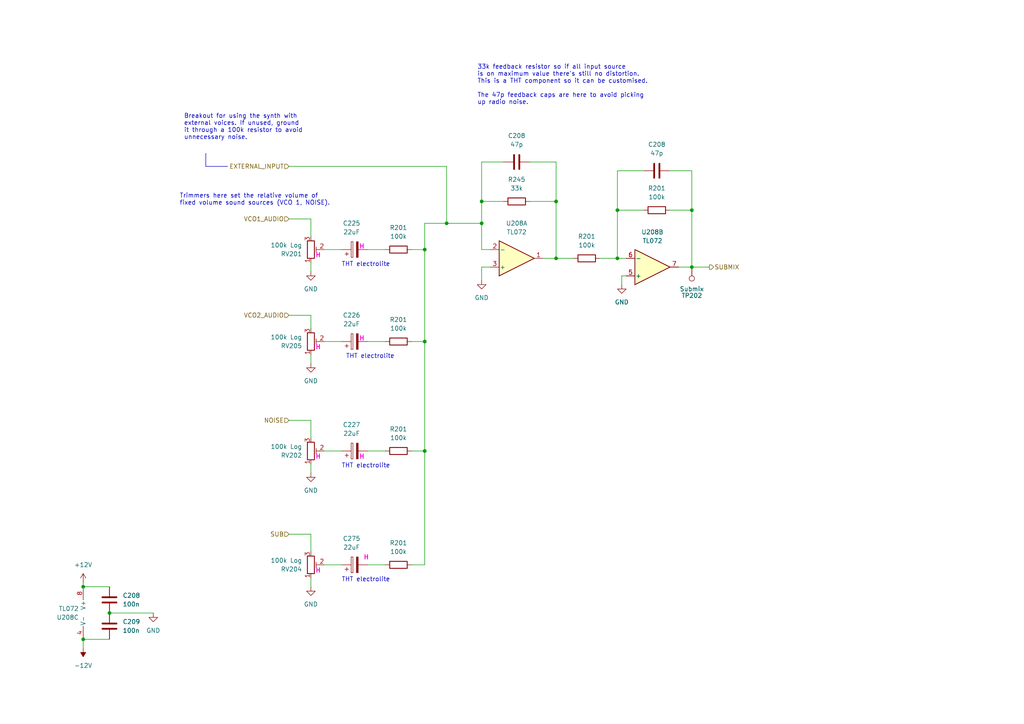
<source format=kicad_sch>
(kicad_sch (version 20231120) (generator "eeschema") (generator_version "8.0")
  (paper "A4")
  (title_block (title "Mixer"))
  (lib_symbols
    (symbol "Amplifier_Operational:TL072" (pin_names (offset 0.127))
      (property "Reference" "U" (at 0 5.08 0))
      (property "Value" "TL072" (at 0 -5.08 0))
      (symbol "TL072_1_1"
        (polyline (pts (xy -5.08 5.08) (xy 5.08 0) (xy -5.08 -5.08) (xy -5.08 5.08)) (stroke (width 0.254)) (fill (type background)))
        (pin output line (at 7.62 0 180) (length 2.54) (name "~") (number "1"))
        (pin input line (at -7.62 -2.54 0) (length 2.54) (name "-") (number "2"))
        (pin input line (at -7.62 2.54 0) (length 2.54) (name "+") (number "3"))
      )
      (symbol "TL072_2_1"
        (polyline (pts (xy -5.08 5.08) (xy 5.08 0) (xy -5.08 -5.08) (xy -5.08 5.08)) (stroke (width 0.254)) (fill (type background)))
        (pin input line (at -7.62 2.54 0) (length 2.54) (name "+") (number "5"))
        (pin input line (at -7.62 -2.54 0) (length 2.54) (name "-") (number "6"))
        (pin output line (at 7.62 0 180) (length 2.54) (name "~") (number "7"))
      )
      (symbol "TL072_3_1"
        (pin power_in line (at -2.54 -7.62 90) (length 3.81) (name "V-") (number "4"))
        (pin power_in line (at -2.54 7.62 270) (length 3.81) (name "V+") (number "8"))
      )
    )
    (symbol "Connector:TestPoint" (pin_numbers hide) (pin_names (offset 0.762) hide)
      (property "Reference" "TP" (at 0 6.858 0))
      (property "Value" "TestPoint" (at 0 5.08 0))
      (symbol "TestPoint_0_1"
        (circle (center 0 3.302) (radius 0.762))
      )
      (symbol "TestPoint_1_1"
        (pin passive line (at 0 0 90) (length 2.54) (name "1") (number "1"))
      )
    )
    (symbol "Device:C" (pin_numbers hide) (pin_names (offset 0.254))
      (property "Reference" "C" (at 0.635 2.54 0))
      (property "Value" "C" (at 0.635 -2.54 0))
      (symbol "C_0_1"
        (polyline (pts (xy -2.032 -0.762) (xy 2.032 -0.762)) (stroke (width 0.508)))
        (polyline (pts (xy -2.032 0.762) (xy 2.032 0.762)) (stroke (width 0.508)))
      )
      (symbol "C_1_1"
        (pin passive line (at 0 3.81 270) (length 2.794) (name "~") (number "1"))
        (pin passive line (at 0 -3.81 90) (length 2.794) (name "~") (number "2"))
      )
    )
    (symbol "Device:C_Polarized" (pin_numbers hide) (pin_names (offset 0.254))
      (property "Reference" "C" (at 0.635 2.54 0))
      (property "Value" "C_Polarized" (at 0.635 -2.54 0))
      (symbol "C_Polarized_0_1"
        (rectangle (start -2.286 0.508) (end 2.286 1.016))
        (polyline (pts (xy -1.778 2.286) (xy -0.762 2.286)))
        (polyline (pts (xy -1.27 2.794) (xy -1.27 1.778)))
        (rectangle (start 2.286 -0.508) (end -2.286 -1.016) (fill (type outline)))
      )
      (symbol "C_Polarized_1_1"
        (pin passive line (at 0 3.81 270) (length 2.794) (name "~") (number "1"))
        (pin passive line (at 0 -3.81 90) (length 2.794) (name "~") (number "2"))
      )
    )
    (symbol "Device:R" (pin_numbers hide) (pin_names (offset 0))
      (property "Reference" "R" (at 2.032 0 90))
      (property "Value" "R" (at 0 0 90))
      (symbol "R_0_1"
        (rectangle (start -1.016 -2.54) (end 1.016 2.54) (stroke (width 0.254)))
      )
      (symbol "R_1_1"
        (pin passive line (at 0 3.81 270) (length 1.27) (name "~") (number "1"))
        (pin passive line (at 0 -3.81 90) (length 1.27) (name "~") (number "2"))
      )
    )
    (symbol "Device:R_Potentiometer_Trim" (pin_names (offset 1.016) hide)
      (property "Reference" "RV" (at -4.445 0 90))
      (property "Value" "R_Potentiometer_Trim" (at -2.54 0 90))
      (symbol "R_Potentiometer_Trim_0_1"
        (polyline (pts (xy 1.524 0.762) (xy 1.524 -0.762)))
        (polyline (pts (xy 2.54 0) (xy 1.524 0)))
        (rectangle (start 1.016 2.54) (end -1.016 -2.54) (stroke (width 0.254)))
      )
      (symbol "R_Potentiometer_Trim_1_1"
        (pin passive line (at 0 3.81 270) (length 1.27) (name "1") (number "1"))
        (pin passive line (at 3.81 0 180) (length 1.27) (name "2") (number "2"))
        (pin passive line (at 0 -3.81 90) (length 1.27) (name "3") (number "3"))
      )
    )
    (symbol "power:+12V" (power) (pin_names (offset 0))
      (property "Value" "+12V" (at 0 3.556 0))
      (symbol "+12V_0_1"
        (polyline (pts (xy -0.762 1.27) (xy 0 2.54)))
        (polyline (pts (xy 0 0) (xy 0 2.54)))
        (polyline (pts (xy 0 2.54) (xy 0.762 1.27)))
      )
      (symbol "+12V_1_1"
        (pin power_in line (at 0 0 90) (length 0) hide (name "+12V") (number "1"))
      )
    )
    (symbol "power:-12V" (power) (pin_names (offset 0))
      (property "Value" "-12V" (at 0 3.81 0))
      (symbol "-12V_0_0"
        (pin power_in line (at 0 0 90) (length 0) hide (name "-12V") (number "1"))
      )
      (symbol "-12V_0_1"
        (polyline (pts (xy 0 0) (xy 0 1.27) (xy 0.762 1.27) (xy 0 2.54) (xy -0.762 1.27) (xy 0 1.27)) (fill (type outline)))
      )
    )
    (symbol "power:GND" (power) (pin_names (offset 0))
      (property "Value" "GND" (at 0 -3.81 0))
      (symbol "GND_0_1"
        (polyline (pts (xy 0 0) (xy 0 -1.27) (xy 1.27 -1.27) (xy 0 -2.54) (xy -1.27 -1.27) (xy 0 -1.27)))
      )
      (symbol "GND_1_1"
        (pin power_in line (at 0 0 270) (length 0) hide (name "GND") (number "1"))
      )
    )
  )
  (junction (at 123.19 72.39))
  (junction (at 179.07 74.93))
  (junction (at 123.19 130.81))
  (junction (at 31.75 177.8))
  (junction (at 129.54 64.77))
  (junction (at 161.29 74.93))
  (junction (at 179.07 60.96))
  (junction (at 200.66 77.47))
  (junction (at 139.7 58.42))
  (junction (at 123.19 99.06))
  (junction (at 24.13 185.42))
  (junction (at 161.29 58.42))
  (junction (at 24.13 170.18))
  (junction (at 139.7 64.77))
  (junction (at 200.66 60.96))
  (wire (pts (xy 194.31 60.96) (xy 200.66 60.96)))
  (wire (pts (xy 90.17 121.92) (xy 90.17 127)))
  (wire (pts (xy 180.34 82.55) (xy 180.34 80.01)))
  (wire (pts (xy 119.38 72.39) (xy 123.19 72.39)))
  (wire (pts (xy 90.17 78.74) (xy 90.17 76.2)))
  (wire (pts (xy 83.82 48.26) (xy 129.54 48.26)))
  (wire (pts (xy 24.13 187.96) (xy 24.13 185.42)))
  (wire (pts (xy 83.82 91.44) (xy 90.17 91.44)))
  (wire (pts (xy 83.82 121.92) (xy 90.17 121.92)))
  (wire (pts (xy 106.68 163.83) (xy 111.76 163.83)))
  (wire (pts (xy 123.19 130.81) (xy 123.19 163.83)))
  (wire (pts (xy 31.75 177.8) (xy 44.45 177.8)))
  (wire (pts (xy 129.54 64.77) (xy 139.7 64.77)))
  (wire (pts (xy 153.67 58.42) (xy 161.29 58.42)))
  (wire (pts (xy 161.29 74.93) (xy 166.37 74.93)))
  (wire (pts (xy 90.17 170.18) (xy 90.17 167.64)))
  (wire (pts (xy 179.07 60.96) (xy 179.07 74.93)))
  (wire (pts (xy 139.7 64.77) (xy 139.7 72.39)))
  (wire (pts (xy 90.17 154.94) (xy 90.17 160.02)))
  (wire (pts (xy 123.19 64.77) (xy 129.54 64.77)))
  (wire (pts (xy 106.68 72.39) (xy 111.76 72.39)))
  (wire (pts (xy 139.7 77.47) (xy 142.24 77.47)))
  (wire (pts (xy 173.99 74.93) (xy 179.07 74.93)))
  (wire (pts (xy 83.82 63.5) (xy 90.17 63.5)))
  (wire (pts (xy 119.38 130.81) (xy 123.19 130.81)))
  (wire (pts (xy 200.66 77.47) (xy 196.85 77.47)))
  (wire (pts (xy 161.29 58.42) (xy 161.29 74.93)))
  (wire (pts (xy 24.13 185.42) (xy 31.75 185.42)))
  (wire (pts (xy 24.13 170.18) (xy 31.75 170.18)))
  (wire (pts (xy 123.19 64.77) (xy 123.19 72.39)))
  (wire (pts (xy 179.07 49.53) (xy 179.07 60.96)))
  (wire (pts (xy 139.7 81.28) (xy 139.7 77.47)))
  (wire (pts (xy 93.98 99.06) (xy 99.06 99.06)))
  (wire (pts (xy 83.82 154.94) (xy 90.17 154.94)))
  (wire (pts (xy 24.13 168.91) (xy 24.13 170.18)))
  (polyline (pts (xy 59.69 48.26) (xy 66.04 48.26)))
  (wire (pts (xy 90.17 105.41) (xy 90.17 102.87)))
  (wire (pts (xy 200.66 77.47) (xy 205.74 77.47)))
  (wire (pts (xy 90.17 91.44) (xy 90.17 95.25)))
  (wire (pts (xy 200.66 49.53) (xy 200.66 60.96)))
  (wire (pts (xy 146.05 46.99) (xy 139.7 46.99)))
  (wire (pts (xy 123.19 130.81) (xy 123.19 99.06)))
  (wire (pts (xy 119.38 99.06) (xy 123.19 99.06)))
  (wire (pts (xy 153.67 46.99) (xy 161.29 46.99)))
  (wire (pts (xy 93.98 130.81) (xy 99.06 130.81)))
  (wire (pts (xy 186.69 60.96) (xy 179.07 60.96)))
  (wire (pts (xy 90.17 137.16) (xy 90.17 134.62)))
  (wire (pts (xy 119.38 163.83) (xy 123.19 163.83)))
  (wire (pts (xy 90.17 63.5) (xy 90.17 68.58)))
  (wire (pts (xy 161.29 46.99) (xy 161.29 58.42)))
  (wire (pts (xy 200.66 60.96) (xy 200.66 77.47)))
  (wire (pts (xy 139.7 58.42) (xy 139.7 64.77)))
  (wire (pts (xy 93.98 163.83) (xy 99.06 163.83)))
  (wire (pts (xy 139.7 72.39) (xy 142.24 72.39)))
  (wire (pts (xy 123.19 99.06) (xy 123.19 72.39)))
  (wire (pts (xy 139.7 46.99) (xy 139.7 58.42)))
  (wire (pts (xy 106.68 99.06) (xy 111.76 99.06)))
  (wire (pts (xy 180.34 80.01) (xy 181.61 80.01)))
  (wire (pts (xy 179.07 74.93) (xy 181.61 74.93)))
  (wire (pts (xy 194.31 49.53) (xy 200.66 49.53)))
  (wire (pts (xy 106.68 130.81) (xy 111.76 130.81)))
  (wire (pts (xy 129.54 48.26) (xy 129.54 64.77)))
  (wire (pts (xy 93.98 72.39) (xy 99.06 72.39)))
  (polyline (pts (xy 59.69 44.45) (xy 59.69 48.26)))
  (wire (pts (xy 146.05 58.42) (xy 139.7 58.42)))
  (wire (pts (xy 186.69 49.53) (xy 179.07 49.53)))
  (wire (pts (xy 161.29 74.93) (xy 157.48 74.93)))
  (text "THT electrolite" (at 99.06 168.91 0) (effects (font (size 1.27 1.27)) (justify left bottom)))
  (text "THT electrolite" (at 99.06 135.89 0) (effects (font (size 1.27 1.27)) (justify left bottom)))
  (text "H" (at 104.14 99.06 0) (effects (font (size 1.27 1.27) (thickness 0.254) (bold yes)) (justify left bottom)))
  (text "THT electrolite" (at 100.33 104.14 0) (effects (font (size 1.27 1.27)) (justify left bottom)))
  (text "33k feedback resistor so if all input source\nis on maximum value there's still no distortion.\nThis is a THT component so it can be customised.\n\nThe 47p feedback caps are here to avoid picking\nup radio noise." (at 138.43 30.48 0) (effects (font (size 1.27 1.27)) (justify left bottom)))
  (text "H" (at 91.44 101.6 0) (effects (font (size 1.27 1.27) (thickness 0.254) (bold yes)) (justify left bottom)))
  (text "H" (at 91.44 133.35 0) (effects (font (size 1.27 1.27) (thickness 0.254) (bold yes)) (justify left bottom)))
  (text "Trimmers here set the relative volume of\nfixed volume sound sources (VCO 1, NOISE)." (at 52.07 59.69 0) (effects (font (size 1.27 1.27)) (justify left bottom)))
  (text "H" (at 104.14 133.35 0) (effects (font (size 1.27 1.27) (thickness 0.254) (bold yes)) (justify left bottom)))
  (text "H" (at 105.41 162.56 0) (effects (font (size 1.27 1.27) (thickness 0.254) (bold yes)) (justify left bottom)))
  (text "H" (at 91.44 74.93 0) (effects (font (size 1.27 1.27) (thickness 0.254) (bold yes)) (justify left bottom)))
  (text "THT electrolite" (at 99.06 77.47 0) (effects (font (size 1.27 1.27)) (justify left bottom)))
  (text "H" (at 104.14 72.39 0) (effects (font (size 1.27 1.27) (thickness 0.254) (bold yes)) (justify left bottom)))
  (text "H" (at 91.44 166.37 0) (effects (font (size 1.27 1.27) (thickness 0.254) (bold yes)) (justify left bottom)))
  (text "Breakout for using the synth with \nexternal voices. If unused, ground\nit through a 100k resistor to avoid\nunnecessary noise." (at 53.34 40.64 0) (effects (font (size 1.27 1.27)) (justify left bottom)))
  (hierarchical_label "VCO1_AUDIO" (shape input) (at 83.82 63.5 180))
  (hierarchical_label "VCO2_AUDIO" (shape input) (at 83.82 91.44 180))
  (hierarchical_label "SUB" (shape input) (at 83.82 154.94 180))
  (hierarchical_label "NOISE" (shape input) (at 83.82 121.92 180))
  (hierarchical_label "EXTERNAL_INPUT" (shape input) (at 83.82 48.26 180))
  (hierarchical_label "SUBMIX" (shape output) (at 205.74 77.47 0))
  (symbol (lib_id "Amplifier_Operational:TL072") (at 149.86 74.93 0) (mirror x) (unit 1)
    (property "Reference" "U208" (at 149.86 64.77 0))
    (property "Value" "TL072" (at 149.86 67.31 0))
    (property "Footprint" "Package_SO:SOIC-8_3.9x4.9mm_P1.27mm" (effects (hide yes)))
    (property "Datasheet" "http://www.ti.com/lit/ds/symlink/tl071.pdf" (effects (hide yes)))
    (property "LCSC" "C6961" (effects (hide yes)))
  )
  (symbol (lib_id "power:GND") (at 90.17 105.41 0) (unit 1)
    (property "Reference" "#PWR0401" (effects (hide yes)))
    (property "Value" "GND" (at 90.17 110.49 0))
  )
  (symbol (lib_id "Device:C") (at 149.86 46.99 90) (unit 1)
    (property "Reference" "C208" (at 149.86 39.37 90))
    (property "Value" "47p" (at 149.86 41.91 90))
    (property "Footprint" "Capacitor_SMD:C_0603_1608Metric" (effects (hide yes)))
    (property "LCSC" "C1671" (effects (hide yes)))
    (instances (project "A-psu-voice-proto-4l" (path "" (reference "C208") (unit 1))) (project "core-rev-3" (path "" (reference "C205") (unit 1)) (path "" (reference "C215") (unit 1)) (path "" (reference "C282") (unit 1))) (project "hog-v2-voice-proto" (path "" (reference "C208") (unit 1))))
  )
  (symbol (lib_id "power:GND") (at 90.17 78.74 0) (unit 1)
    (property "Reference" "#PWR0257" (effects (hide yes)))
    (property "Value" "GND" (at 90.17 83.82 0))
  )
  (symbol (lib_id "Device:C_Polarized") (at 102.87 163.83 90) (unit 1) (in_bom no)
    (property "Reference" "C275" (at 101.981 156.21 90))
    (property "Value" "22uF" (at 101.981 158.75 90))
    (property "Footprint" "Capacitor_THT:CP_Radial_D6.3mm_P2.50mm" (effects (hide yes)))
  )
  (symbol (lib_id "Device:R") (at 115.57 163.83 90) (unit 1)
    (property "Reference" "R201" (at 115.57 157.48 90))
    (property "Value" "100k" (at 115.57 160.02 90))
    (property "Footprint" "Resistor_SMD:R_0603_1608Metric" (effects (hide yes)))
    (property "LCSC" "C25803" (effects (hide yes)))
    (instances (project "A-psu-voice-proto-4l" (path "" (reference "R201") (unit 1))) (project "core-rev-3" (path "" (reference "R201") (unit 1)) (path "" (reference "R338") (unit 1))) (project "hog-v2-voice-proto" (path "" (reference "R201") (unit 1))))
  )
  (symbol (lib_id "Device:C_Polarized") (at 102.87 99.06 90) (unit 1) (in_bom no)
    (property "Reference" "C226" (at 101.981 91.44 90))
    (property "Value" "22uF" (at 101.981 93.98 90))
    (property "Footprint" "Capacitor_THT:CP_Radial_D6.3mm_P2.50mm" (effects (hide yes)))
  )
  (symbol (lib_id "power:GND") (at 180.34 82.55 0) (unit 1)
    (property "Reference" "#PWR0260" (effects (hide yes)))
    (property "Value" "GND" (at 180.34 87.63 0))
  )
  (symbol (lib_id "Device:R_Potentiometer_Trim") (at 90.17 163.83 0) (mirror x) (unit 1) (in_bom no)
    (property "Reference" "RV204" (at 87.63 165.1 0) (effects (justify right)))
    (property "Value" "100k Log" (at 87.63 162.56 0) (effects (justify right)))
    (property "Footprint" "Potentiometer_THT:Potentiometer_ACP_CA6-H2,5_Horizontal" (effects (hide yes)))
  )
  (symbol (lib_id "Device:R_Potentiometer_Trim") (at 90.17 130.81 0) (mirror x) (unit 1) (in_bom no)
    (property "Reference" "RV202" (at 87.63 132.08 0) (effects (justify right)))
    (property "Value" "100k Log" (at 87.63 129.54 0) (effects (justify right)))
    (property "Footprint" "Potentiometer_THT:Potentiometer_ACP_CA6-H2,5_Horizontal" (effects (hide yes)))
  )
  (symbol (lib_id "Device:R") (at 115.57 130.81 90) (unit 1)
    (property "Reference" "R201" (at 115.57 124.46 90))
    (property "Value" "100k" (at 115.57 127 90))
    (property "Footprint" "Resistor_SMD:R_0603_1608Metric" (effects (hide yes)))
    (property "LCSC" "C25803" (effects (hide yes)))
    (instances (project "A-psu-voice-proto-4l" (path "" (reference "R201") (unit 1))) (project "core-rev-3" (path "" (reference "R201") (unit 1)) (path "" (reference "R244") (unit 1))) (project "hog-v2-voice-proto" (path "" (reference "R201") (unit 1))))
  )
  (symbol (lib_id "power:GND") (at 90.17 170.18 0) (unit 1)
    (property "Reference" "#PWR0325" (effects (hide yes)))
    (property "Value" "GND" (at 90.17 175.26 0))
  )
  (symbol (lib_id "Device:R") (at 149.86 58.42 90) (unit 1)
    (property "Reference" "R245" (at 149.86 52.07 90))
    (property "Value" "33k" (at 149.86 54.61 90))
    (property "Footprint" "Resistor_SMD:R_0603_1608Metric" (effects (hide yes)))
    (property "LCSC" "C4216" (effects (hide yes)))
  )
  (symbol (lib_id "Device:R") (at 190.5 60.96 90) (unit 1)
    (property "Reference" "R201" (at 190.5 54.61 90))
    (property "Value" "100k" (at 190.5 57.15 90))
    (property "Footprint" "Resistor_SMD:R_0603_1608Metric" (effects (hide yes)))
    (property "LCSC" "C25803" (effects (hide yes)))
    (instances (project "A-psu-voice-proto-4l" (path "" (reference "R201") (unit 1))) (project "core-rev-3" (path "" (reference "R201") (unit 1)) (path "" (reference "R247") (unit 1))) (project "hog-v2-voice-proto" (path "" (reference "R201") (unit 1))))
  )
  (symbol (lib_id "Connector:TestPoint") (at 200.66 77.47 180) (unit 1) (in_bom no)
    (property "Reference" "TP202" (at 200.66 85.725 0))
    (property "Value" "Submix" (at 200.66 83.82 0))
    (property "Footprint" "TestPoint:TestPoint_THTPad_2.0x2.0mm_Drill1.0mm" (effects (hide yes)))
    (instances (project "core-rev-3" (path "" (reference "TP202") (unit 1)) (path "" (reference "TP209") (unit 1)) (path "" (reference "TP210") (unit 1)) (path "" (reference "TP206") (unit 1)) (path "" (reference "TP224") (unit 1))))
  )
  (symbol (lib_id "power:GND") (at 44.45 177.8 0) (unit 1)
    (property "Reference" "#PWR0256" (effects (hide yes)))
    (property "Value" "GND" (at 44.45 182.88 0))
  )
  (symbol (lib_id "power:GND") (at 90.17 137.16 0) (unit 1)
    (property "Reference" "#PWR0258" (effects (hide yes)))
    (property "Value" "GND" (at 90.17 142.24 0))
  )
  (symbol (lib_id "power:GND") (at 139.7 81.28 0) (unit 1)
    (property "Reference" "#PWR0259" (effects (hide yes)))
    (property "Value" "GND" (at 139.7 86.36 0))
  )
  (symbol (lib_id "Device:R") (at 170.18 74.93 90) (unit 1)
    (property "Reference" "R201" (at 170.18 68.58 90))
    (property "Value" "100k" (at 170.18 71.12 90))
    (property "Footprint" "Resistor_SMD:R_0603_1608Metric" (effects (hide yes)))
    (property "LCSC" "C25803" (effects (hide yes)))
    (instances (project "A-psu-voice-proto-4l" (path "" (reference "R201") (unit 1))) (project "core-rev-3" (path "" (reference "R201") (unit 1)) (path "" (reference "R246") (unit 1))) (project "hog-v2-voice-proto" (path "" (reference "R201") (unit 1))))
  )
  (symbol (lib_id "Device:C") (at 190.5 49.53 90) (unit 1)
    (property "Reference" "C208" (at 190.5 41.91 90))
    (property "Value" "47p" (at 190.5 44.45 90))
    (property "Footprint" "Capacitor_SMD:C_0603_1608Metric" (effects (hide yes)))
    (property "LCSC" "C1671" (effects (hide yes)))
    (instances (project "A-psu-voice-proto-4l" (path "" (reference "C208") (unit 1))) (project "core-rev-3" (path "" (reference "C205") (unit 1)) (path "" (reference "C215") (unit 1)) (path "" (reference "C283") (unit 1))) (project "hog-v2-voice-proto" (path "" (reference "C208") (unit 1))))
  )
  (symbol (lib_id "Device:C") (at 31.75 173.99 0) (unit 1)
    (property "Reference" "C208" (at 35.56 172.72 0) (effects (justify left)))
    (property "Value" "100n" (at 35.56 175.26 0) (effects (justify left)))
    (property "Footprint" "Capacitor_SMD:C_0603_1608Metric" (effects (hide yes)))
    (property "LCSC" "C14663" (effects (hide yes)))
    (instances (project "A-psu-voice-proto-4l" (path "" (reference "C208") (unit 1))) (project "core-rev-3" (path "" (reference "C205") (unit 1)) (path "" (reference "C215") (unit 1)) (path "" (reference "C223") (unit 1))) (project "hog-v2-voice-proto" (path "" (reference "C208") (unit 1))))
  )
  (symbol (lib_id "Amplifier_Operational:TL072") (at 189.23 77.47 0) (mirror x) (unit 2)
    (property "Reference" "U208" (at 189.23 67.31 0))
    (property "Value" "TL072" (at 189.23 69.85 0))
    (property "Footprint" "Package_SO:SOIC-8_3.9x4.9mm_P1.27mm" (effects (hide yes)))
    (property "Datasheet" "http://www.ti.com/lit/ds/symlink/tl071.pdf" (effects (hide yes)))
    (property "LCSC" "C6961" (effects (hide yes)))
  )
  (symbol (lib_id "Device:R") (at 115.57 72.39 90) (unit 1)
    (property "Reference" "R201" (at 115.57 66.04 90))
    (property "Value" "100k" (at 115.57 68.58 90))
    (property "Footprint" "Resistor_SMD:R_0603_1608Metric" (effects (hide yes)))
    (property "LCSC" "C25803" (effects (hide yes)))
    (instances (project "A-psu-voice-proto-4l" (path "" (reference "R201") (unit 1))) (project "core-rev-3" (path "" (reference "R201") (unit 1)) (path "" (reference "R242") (unit 1))) (project "hog-v2-voice-proto" (path "" (reference "R201") (unit 1))))
  )
  (symbol (lib_id "Device:R_Potentiometer_Trim") (at 90.17 72.39 0) (mirror x) (unit 1) (in_bom no)
    (property "Reference" "RV201" (at 87.63 73.66 0) (effects (justify right)))
    (property "Value" "100k Log" (at 87.63 71.12 0) (effects (justify right)))
    (property "Footprint" "Potentiometer_THT:Potentiometer_ACP_CA6-H2,5_Horizontal" (effects (hide yes)))
  )
  (symbol (lib_id "power:-12V") (at 24.13 187.96 180) (unit 1)
    (property "Reference" "#PWR0255" (effects (hide yes)))
    (property "Value" "-12V" (at 24.13 193.04 0))
  )
  (symbol (lib_id "power:+12V") (at 24.13 168.91 0) (unit 1)
    (property "Reference" "#PWR0254" (effects (hide yes)))
    (property "Value" "+12V" (at 24.13 163.83 0))
  )
  (symbol (lib_id "Device:R_Potentiometer_Trim") (at 90.17 99.06 0) (mirror x) (unit 1) (in_bom no)
    (property "Reference" "RV205" (at 87.63 100.33 0) (effects (justify right)))
    (property "Value" "100k Log" (at 87.63 97.79 0) (effects (justify right)))
    (property "Footprint" "Potentiometer_THT:Potentiometer_ACP_CA6-H2,5_Horizontal" (effects (hide yes)))
  )
  (symbol (lib_id "Device:C") (at 31.75 181.61 0) (unit 1)
    (property "Reference" "C209" (at 35.56 180.34 0) (effects (justify left)))
    (property "Value" "100n" (at 35.56 182.88 0) (effects (justify left)))
    (property "Footprint" "Capacitor_SMD:C_0603_1608Metric" (effects (hide yes)))
    (property "LCSC" "C14663" (effects (hide yes)))
    (instances (project "A-psu-voice-proto-4l" (path "" (reference "C209") (unit 1))) (project "core-rev-3" (path "" (reference "C206") (unit 1)) (path "" (reference "C216") (unit 1)) (path "" (reference "C224") (unit 1))) (project "hog-v2-voice-proto" (path "" (reference "C209") (unit 1))))
  )
  (symbol (lib_id "Device:C_Polarized") (at 102.87 72.39 90) (unit 1) (in_bom no)
    (property "Reference" "C225" (at 101.981 64.77 90))
    (property "Value" "22uF" (at 101.981 67.31 90))
    (property "Footprint" "Capacitor_THT:CP_Radial_D6.3mm_P2.50mm" (effects (hide yes)))
  )
  (symbol (lib_id "Amplifier_Operational:TL072") (at 26.67 177.8 0) (unit 3)
    (property "Reference" "U208" (at 22.86 179.07 0) (effects (justify right)))
    (property "Value" "TL072" (at 22.86 176.53 0) (effects (justify right)))
    (property "Footprint" "Package_SO:SOIC-8_3.9x4.9mm_P1.27mm" (effects (hide yes)))
    (property "Datasheet" "http://www.ti.com/lit/ds/symlink/tl071.pdf" (effects (hide yes)))
    (property "LCSC" "C6961" (effects (hide yes)))
  )
  (symbol (lib_id "Device:R") (at 115.57 99.06 90) (unit 1)
    (property "Reference" "R201" (at 115.57 92.71 90))
    (property "Value" "100k" (at 115.57 95.25 90))
    (property "Footprint" "Resistor_SMD:R_0603_1608Metric" (effects (hide yes)))
    (property "LCSC" "C25803" (effects (hide yes)))
    (instances (project "A-psu-voice-proto-4l" (path "" (reference "R201") (unit 1))) (project "core-rev-3" (path "" (reference "R201") (unit 1)) (path "" (reference "R243") (unit 1))) (project "hog-v2-voice-proto" (path "" (reference "R201") (unit 1))))
  )
  (symbol (lib_id "Device:C_Polarized") (at 102.87 130.81 90) (unit 1) (in_bom no)
    (property "Reference" "C227" (at 101.981 123.19 90))
    (property "Value" "22uF" (at 101.981 125.73 90))
    (property "Footprint" "Capacitor_THT:CP_Radial_D6.3mm_P2.50mm" (effects (hide yes)))
  )
)
</source>
